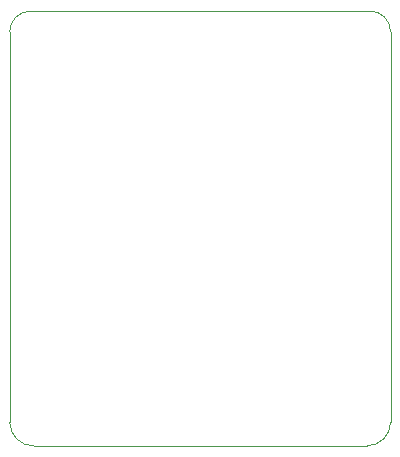
<source format=gbr>
%TF.GenerationSoftware,Altium Limited,Altium Designer,20.0.13 (296)*%
G04 Layer_Color=0*
%FSLAX25Y25*%
%MOIN*%
%TF.FileFunction,Profile,NP*%
%TF.Part,Single*%
G01*
G75*
%TA.AperFunction,Profile*%
%ADD116C,0.00100*%
D116*
X-0Y8000D02*
X0Y138000D01*
D02*
G02*
X7000Y145000I7000J0D01*
G01*
X120000D01*
D02*
G02*
X127000Y138000I0J-7000D01*
G01*
Y8000D01*
D02*
G02*
X119000Y-0I-8000J0D01*
G01*
Y0D01*
X8000D01*
D02*
G02*
X-0Y8000I-0J8000D01*
G01*
%TF.MD5,1384c07516e5da079b0af7a0bd9ab77a*%
M02*

</source>
